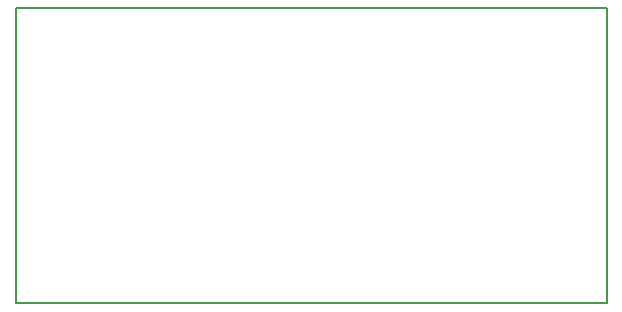
<source format=gbr>
%TF.GenerationSoftware,KiCad,Pcbnew,8.0.5*%
%TF.CreationDate,2024-11-30T18:41:16+03:00*%
%TF.ProjectId,pmod_esp32_4_layer.kicad_sch,706d6f64-5f65-4737-9033-325f345f6c61,rev?*%
%TF.SameCoordinates,Original*%
%TF.FileFunction,Profile,NP*%
%FSLAX46Y46*%
G04 Gerber Fmt 4.6, Leading zero omitted, Abs format (unit mm)*
G04 Created by KiCad (PCBNEW 8.0.5) date 2024-11-30 18:41:16*
%MOMM*%
%LPD*%
G01*
G04 APERTURE LIST*
%TA.AperFunction,Profile*%
%ADD10C,0.200000*%
%TD*%
G04 APERTURE END LIST*
D10*
X126887500Y-92300000D02*
X176887500Y-92300000D01*
X176887500Y-117300000D01*
X126887500Y-117300000D01*
X126887500Y-92300000D01*
M02*

</source>
